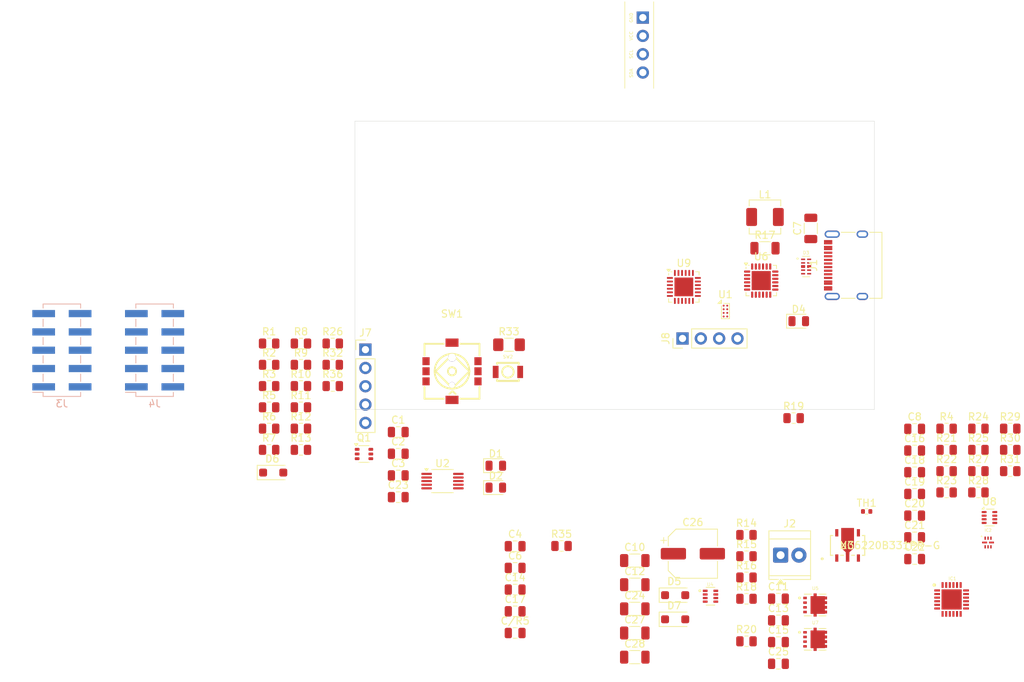
<source format=kicad_pcb>
(kicad_pcb (version 20241229) (generator "pcbnew") (generator_version "9.0")
  (layers (0 "F.Cu" signal) (4 "In1.Cu" signal) (6 "In2.Cu" signal) (2 "B.Cu" signal) (13 "F.Paste" user) (15 "B.Paste" user) (5 "F.SilkS" user "F.Silkscreen") (7 "B.SilkS" user "B.Silkscreen") (1 "F.Mask" user) (3 "B.Mask" user) (25 "Edge.Cuts" user))
  (net 0 "")
  (net 1 "Net-(U4-SS)")
  (net 2 "GND")
  (net 3 "Net-(U4-SW)")
  (net 4 "Net-(U4-BST)")
  (net 5 "/Power/VBUS")
  (net 6 "+5V")
  (net 7 "/Power/VBUS_Finale")
  (net 8 "/Power/IFB")
  (net 9 "/Power/V5V")
  (net 10 "/Power/V18")
  (net 11 "/Logic/Rail_2_IN")
  (net 12 "+3.3V")
  (net 13 "Net-(IC1-DVDT)")
  (net 14 "/Logic/Rail_2")
  (net 15 "/Power_selection/Logic_Voltage")
  (net 16 "Net-(D2-A)")
  (net 17 "Net-(IC2-CT)")
  (net 18 "Net-(D1-A)")
  (net 19 "Net-(D1-K)")
  (net 20 "Net-(D2-K)")
  (net 21 "Net-(D4-A)")
  (net 23 "Net-(IC1-OVP)")
  (net 25 "/Logic/SDA_3.3v")
  (net 29 "/Logic/SCL_3.3v")
  (net 31 "Net-(IC1-UVLO)")
  (net 32 "Net-(Q1-G1)")
  (net 34 "Net-(IC1-MODE)")
  (net 36 "/Logic/INA_ALERT")
  (net 38 "Net-(IC1-ILIM)")
  (net 39 "Net-(Q1-G2)")
  (net 40 "/Logic/SW_UP")
  (net 42 "/Logic/SW_LEFT")
  (net 43 "/Power/USB_P")
  (net 44 "/Power/CC2")
  (net 45 "/Power/USB_N")
  (net 46 "/Power/CC1")
  (net 48 "/Power/Measured_VBUS")
  (net 49 "/Logic/SW_RIGHT")
  (net 50 "/Logic/SW_DOWN")
  (net 51 "/Power/PD_LED")
  (net 52 "/Logic/SW_PRESS")
  (net 53 "Net-(U1-OE)")
  (net 54 "/Logic/UPDI")
  (net 55 "/Logic/PowerLED_EN")
  (net 56 "/Logic/Failer_EN")
  (net 57 "/Power/NTC")
  (net 58 "Net-(U4-FB)")
  (net 59 "Net-(U6-VOUT)")
  (net 62 "/Logic/PGOOD_Logic")
  (net 64 "/Logic/RX")
  (net 65 "/Logic/VBUS_SW")
  (net 66 "/Logic/LOGIC_Report")
  (net 67 "/Logic/Load_Monitor_VBUS")
  (net 68 "/Logic/PD_Int")
  (net 69 "/Logic/SCL")
  (net 70 "/Logic/LOGIC_SW")
  (net 71 "/Logic/VBUS_Fault")
  (net 72 "/Logic/SDA")
  (net 73 "/Logic/LOGIC_Selection")
  (net 75 "Net-(U6-PWR_EN)")
  (net 77 "Net-(U5-Pad5_8)")
  (net 78 "/Logic/PGOOD")
  (net 79 "/Logic/TX")
  (footprint "Resistor_SMD:R_0805_2012Metric" (layer "F.Cu") (at 167.8 111.2)
    (property "Reference" "R19" (at 0 -1.65 0) (layer "F.SilkS"))
    (property "Value" "1k")
    (pad "1" smd roundrect (at -0.9125 0) (size 1.025 1.4) (layers "F.Cu" "F.Mask" "F.Paste") (roundrect_rratio 0.243902) (net 51 "/Power/PD_LED"))
    (pad "2" smd roundrect (at 0.9125 0) (size 1.025 1.4) (layers "F.Cu" "F.Mask" "F.Paste") (roundrect_rratio 0.243902) (net 21 "Net-(D4-A)"))
  )
  (footprint "Resistor_SMD:R_0805_2012Metric" (layer "F.Cu") (at 103.92 103.8)
    (property "Reference" "R32" (at 0 -1.65 0) (layer "F.SilkS"))
    (property "Value" "10k")
    (pad "1" smd roundrect (at -0.9125 0) (size 1.025 1.4) (layers "F.Cu" "F.Mask" "F.Paste") (roundrect_rratio 0.243902) (net 6 "+5V"))
    (pad "2" smd roundrect (at 0.9125 0) (size 1.025 1.4) (layers "F.Cu" "F.Mask" "F.Paste") (roundrect_rratio 0.243902) (net 36 "/Logic/INA_ALERT"))
  )
  (footprint "Resistor_SMD:R_0805_2012Metric" (layer "F.Cu") (at 99.51 109.7)
    (property "Reference" "R11" (at 0 -1.65 0) (layer "F.SilkS"))
    (property "Value" "470Ω")
    (pad "1" smd roundrect (at -0.9125 0) (size 1.025 1.4) (layers "F.Cu" "F.Mask" "F.Paste") (roundrect_rratio 0.243902) (net 18 "Net-(D1-A)"))
    (pad "2" smd roundrect (at 0.9125 0) (size 1.025 1.4) (layers "F.Cu" "F.Mask" "F.Paste") (roundrect_rratio 0.243902) (net 6 "+5V"))
  )
  (footprint "TerminalBlock_TE-Connectivity:TerminalBlock_TE_282834-2_1x02_P2.54mm_Horizontal" (layer "F.Cu") (at 165.995 130.205)
    (property "Reference" "J2" (at 1.27 -4.37 0) (layer "F.SilkS"))
    (property "Value" "Conn_01x02_Pin")
    (pad "1" thru_hole roundrect (at 0 0) (size 2.1 2.1) (drill 1.1) (layers "*.Cu" "*.Mask") (roundrect_rratio 0.119048) (net 2 "GND"))
    (pad "2" thru_hole circle (at 2.54 0) (size 2.1 2.1) (drill 1.1) (layers "*.Cu" "*.Mask") (net 14 "/Logic/Rail_2"))
  )
  (footprint "Resistor_SMD:R_0805_2012Metric" (layer "F.Cu") (at 99.51 115.6)
    (property "Reference" "R13" (at 0 -1.65 0) (layer "F.SilkS"))
    (property "Value" "10k")
    (pad "1" smd roundrect (at -0.9125 0) (size 1.025 1.4) (layers "F.Cu" "F.Mask" "F.Paste") (roundrect_rratio 0.243902) (net 54 "/Logic/UPDI"))
    (pad "2" smd roundrect (at 0.9125 0) (size 1.025 1.4) (layers "F.Cu" "F.Mask" "F.Paste") (roundrect_rratio 0.243902) (net 6 "+5V"))
  )
  (footprint "Capacitor_SMD:C_0805_2012Metric" (layer "F.Cu") (at 129.2 134.985)
    (property "Reference" "C14" (at 0 -1.68 0) (layer "F.SilkS"))
    (property "Value" "1u")
    (pad "1" smd roundrect (at -0.95 0) (size 1 1.45) (layers "F.Cu" "F.Mask" "F.Paste") (net 9 "/Power/V5V"))
    (pad "2" smd roundrect (at 0.95 0) (size 1 1.45) (layers "F.Cu" "F.Mask" "F.Paste") (net 2 "GND"))
  )
  (footprint "Capacitor_SMD:C_0805_2012Metric" (layer "F.Cu") (at 165.695 136.245)
    (property "Reference" "C11" (at 0 -1.68 0) (layer "F.SilkS"))
    (property "Value" "100nF")
    (pad "1" smd roundrect (at -0.95 0) (size 1 1.45) (layers "F.Cu" "F.Mask" "F.Paste") (net 6 "+5V"))
    (pad "2" smd roundrect (at 0.95 0) (size 1 1.45) (layers "F.Cu" "F.Mask" "F.Paste") (net 2 "GND"))
  )
  (footprint "Resistor_SMD:R_0805_2012Metric" (layer "F.Cu") (at 161.265 130.355)
    (property "Reference" "R15" (at 0 -1.65 0) (layer "F.SilkS"))
    (property "Value" "5.1k")
    (pad "1" smd roundrect (at -0.9125 0) (size 1.025 1.4) (layers "F.Cu" "F.Mask" "F.Paste") (roundrect_rratio 0.243902) (net 46 "/Power/CC1"))
    (pad "2" smd roundrect (at 0.9125 0) (size 1.025 1.4) (layers "F.Cu" "F.Mask" "F.Paste") (roundrect_rratio 0.243902) (net 2 "GND"))
  )
  (footprint "Resistor_SMD:R_0805_2012Metric" (layer "F.Cu") (at 189.005 115.605)
    (property "Reference" "R21" (at 0 -1.65 0) (layer "F.SilkS"))
    (property "Value" "330k")
    (pad "1" smd roundrect (at -0.9125 0) (size 1.025 1.4) (layers "F.Cu" "F.Mask" "F.Paste") (roundrect_rratio 0.243902) (net 31 "Net-(IC1-UVLO)"))
    (pad "2" smd roundrect (at 0.9125 0) (size 1.025 1.4) (layers "F.Cu" "F.Mask" "F.Paste") (roundrect_rratio 0.243902) (net 7 "/Power/VBUS_Finale"))
  )
  (footprint "Mini_Switch:KEY-SMD_B3U-1000PM" (layer "F.Cu") (at 128.2 104.79)
    (property "Reference" "SW2" (at 0 -2.1 0) (layer "F.SilkS") (effects (font (size 0.45 0.45) (thickness 0.07))))
    (property "Value" "B3U-1000P")
    (pad "1" smd rect (at -1.7 0) (size 0.8 1.7) (layers "F.Cu" "F.Mask" "F.Paste") (net 54 "/Logic/UPDI"))
    (pad "2" smd rect (at 1.7 0) (size 0.8 1.7) (layers "F.Cu" "F.Mask" "F.Paste") (net 2 "GND"))
  )
  (footprint "Resistor_SMD:R_0805_2012Metric" (layer "F.Cu") (at 95.1 109.7)
    (property "Reference" "R5" (at 0 -1.65 0) (layer "F.SilkS"))
    (property "Value" "470Ω")
    (pad "1" smd roundrect (at -0.9125 0) (size 1.025 1.4) (layers "F.Cu" "F.Mask" "F.Paste") (roundrect_rratio 0.243902) (net 16 "Net-(D2-A)"))
    (pad "2" smd roundrect (at 0.9125 0) (size 1.025 1.4) (layers "F.Cu" "F.Mask" "F.Paste") (roundrect_rratio 0.243902) (net 6 "+5V"))
  )
  (footprint "Capacitor_SMD:C_0805_2012Metric" (layer "F.Cu") (at 129.2 141.005)
    (property "Reference" "C/R5" (at 0 -1.68 0) (layer "F.SilkS"))
    (property "Value" "33nF")
    (pad "1" smd roundrect (at -0.95 0) (size 1 1.45) (layers "F.Cu" "F.Mask" "F.Paste") (net 1 "Net-(U4-SS)"))
    (pad "2" smd roundrect (at 0.95 0) (size 1 1.45) (layers "F.Cu" "F.Mask" "F.Paste") (net 2 "GND"))
  )
  (footprint "Capacitor_SMD:C_0805_2012Metric" (layer "F.Cu") (at 113 119.15)
    (property "Reference" "C3" (at 0 -1.68 0) (layer "F.SilkS"))
    (property "Value" "100nF")
    (pad "1" smd roundrect (at -0.95 0) (size 1 1.45) (layers "F.Cu" "F.Mask" "F.Paste") (net 6 "+5V"))
    (pad "2" smd roundrect (at 0.95 0) (size 1 1.45) (layers "F.Cu" "F.Mask" "F.Paste") (net 2 "GND"))
  )
  (footprint "Capacitor_SMD:C_0805_2012Metric" (layer "F.Cu") (at 184.575 112.685)
    (property "Reference" "C8" (at 0 -1.68 0) (layer "F.SilkS"))
    (property "Value" "22nF")
    (pad "1" smd roundrect (at -0.95 0) (size 1 1.45) (layers "F.Cu" "F.Mask" "F.Paste") (net 2 "GND"))
    (pad "2" smd roundrect (at 0.95 0) (size 1 1.45) (layers "F.Cu" "F.Mask" "F.Paste") (net 13 "Net-(IC1-DVDT)"))
  )
  (footprint "LED_SMD:LED_0805_2012Metric" (layer "F.Cu") (at 126.52 120.835)
    (property "Reference" "D2" (at 0 -1.65 0) (layer "F.SilkS"))
    (property "Value" "Red Failure LED")
    (pad "1" smd roundrect (at -0.9375 0) (size 0.975 1.4) (layers "F.Cu" "F.Mask" "F.Paste") (net 20 "Net-(D2-K)"))
    (pad "2" smd roundrect (at 0.9375 0) (size 0.975 1.4) (layers "F.Cu" "F.Mask" "F.Paste") (net 16 "Net-(D2-A)"))
  )
  (footprint "Resistor_SMD:R_0805_2012Metric" (layer "F.Cu") (at 189.005 118.555)
    (property "Reference" "R22" (at 0 -1.65 0) (layer "F.SilkS"))
    (property "Value" "150k")
    (pad "1" smd roundrect (at -0.9125 0) (size 1.025 1.4) (layers "F.Cu" "F.Mask" "F.Paste") (roundrect_rratio 0.243902) (net 23 "Net-(IC1-OVP)"))
    (pad "2" smd roundrect (at 0.9125 0) (size 1.025 1.4) (layers "F.Cu" "F.Mask" "F.Paste") (roundrect_rratio 0.243902) (net 31 "Net-(IC1-UVLO)"))
  )
  (footprint "Package_DFN_QFN:QFN-24-1EP_4x4mm_P0.5mm_EP2.6x2.6mm" (layer "F.Cu") (at 152.5875 93)
    (property "Reference" "U9" (at 0 -3.3 0) (layer "F.SilkS"))
    (property "Value" "ATtiny3217-M")
    (pad "1" smd roundrect (at -1.9375 -1.25) (size 0.825 0.25) (layers "F.Cu" "F.Mask" "F.Paste") (net 49 "/Logic/SW_RIGHT"))
    (pad "2" smd roundrect (at -1.9375 -0.75) (size 0.825 0.25) (layers "F.Cu" "F.Mask" "F.Paste") (net 36 "/Logic/INA_ALERT"))
    (pad "3" smd roundrect (at -1.9375 -0.25) (size 0.825 0.25) (layers "F.Cu" "F.Mask" "F.Paste") (net 2 "GND"))
    (pad "4" smd roundrect (at -1.9375 0.25) (size 0.825 0.25) (layers "F.Cu" "F.Mask" "F.Paste") (net 6 "+5V"))
    (pad "5" smd roundrect (at -1.9375 0.75) (size 0.825 0.25) (layers "F.Cu" "F.Mask" "F.Paste") (net 55 "/Logic/PowerLED_EN"))
    (pad "6" smd roundrect (at -1.9375 1.25) (size 0.825 0.25) (layers "F.Cu" "F.Mask" "F.Paste") (net 56 "/Logic/Failer_EN"))
    (pad "7" smd roundrect (at -1.25 1.9375) (size 0.25 0.825) (layers "F.Cu" "F.Mask" "F.Paste") (net 71 "/Logic/VBUS_Fault"))
    (pad "8" smd roundrect (at -0.75 1.9375) (size 0.25 0.825) (layers "F.Cu" "F.Mask" "F.Paste") (net 70 "/Logic/LOGIC_SW"))
    (pad "9" smd roundrect (at -0.25 1.9375) (size 0.25 0.825) (layers "F.Cu" "F.Mask" "F.Paste") (net 50 "/Logic/SW_DOWN"))
    (pad "10" smd roundrect (at 0.25 1.9375) (size 0.25 0.825) (layers "F.Cu" "F.Mask" "F.Paste") (net 52 "/Logic/SW_PRESS"))
    (pad "11" smd roundrect (at 0.75 1.9375) (size 0.25 0.825) (layers "F.Cu" "F.Mask" "F.Paste") (net 78 "/Logic/PGOOD"))
    (pad "12" smd roundrect (at 1.25 1.9375) (size 0.25 0.825) (layers "F.Cu" "F.Mask" "F.Paste") (net 67 "/Logic/Load_Monitor_VBUS"))
    (pad "13" smd roundrect (at 1.9375 1.25) (size 0.825 0.25) (layers "F.Cu" "F.Mask" "F.Paste") (net 64 "/Logic/RX"))
    (pad "14" smd roundrect (at 1.9375 0.75) (size 0.825 0.25) (layers "F.Cu" "F.Mask" "F.Paste") (net 79 "/Logic/TX"))
    (pad "15" smd roundrect (at 1.9375 0.25) (size 0.825 0.25) (layers "F.Cu" "F.Mask" "F.Paste") (net 72 "/Logic/SDA"))
    (pad "16" smd roundrect (at 1.9375 -0.25) (size 0.825 0.25) (layers "F.Cu" "F.Mask" "F.Paste") (net 69 "/Logic/SCL"))
    (pad "17" smd roundrect (at 1.9375 -0.75) (size 0.825 0.25) (layers "F.Cu" "F.Mask" "F.Paste") (net 65 "/Logic/VBUS_SW"))
    (pad "18" smd roundrect (at 1.9375 -1.25) (size 0.825 0.25) (layers "F.Cu" "F.Mask" "F.Paste") (net 68 "/Logic/PD_Int"))
    (pad "19" smd roundrect (at 1.25 -1.9375) (size 0.25 0.825) (layers "F.Cu" "F.Mask" "F.Paste") (net 42 "/Logic/SW_LEFT"))
    (pad "20" smd roundrect (at 0.75 -1.9375) (size 0.25 0.825) (layers "F.Cu" "F.Mask" "F.Paste") (net 73 "/Logic/LOGIC_Selection"))
    (pad "21" smd roundrect (at 0.25 -1.9375) (size 0.25 0.825) (layers "F.Cu" "F.Mask" "F.Paste") (net 66 "/Logic/LOGIC_Report"))
    (pad "22" smd roundrect (at -0.25 -1.9375) (size 0.25 0.825) (layers "F.Cu" "F.Mask" "F.Paste") (net 40 "/Logic/SW_UP"))
    (pad "23" smd roundrect (at -0.75 -1.9375) (size 0.25 0.825) (layers "F.Cu" "F.Mask" "F.Paste") (net 54 "/Logic/UPDI"))
    (pad "24" smd roundrect (at -1.25 -1.9375) (size 0.25 0.825) (layers "F.Cu" "F.Mask" "F.Paste") (net 62 "/Logic/PGOOD_Logic"))
    (pad "25" smd rect (at 0 0) (size 2.6 2.6) (property pad_prop_heatsink) (layers "F.Cu" "F.Mask") (net 2 "GND"))
  )
  (footprint "Capacitor_SMD:C_0805_2012Metric" (layer "F.Cu") (at 129.2 131.975)
    (property "Reference" "C6" (at 0 -1.68 0) (layer "F.SilkS"))
    (property "Value" "4.7uF")
    (pad "1" smd roundrect (at -0.95 0) (size 1 1.45) (layers "F.Cu" "F.Mask" "F.Paste") (net 12 "+3.3V"))
    (pad "2" smd roundrect (at 0.95 0) (size 1 1.45) (layers "F.Cu" "F.Mask" "F.Paste") (net 2 "GND"))
  )
  (footprint "Capacitor_SMD:C_0805_2012Metric" (layer "F.Cu") (at 165.695 139.255)
    (property "Reference" "C13" (at 0 -1.68 0) (layer "F.SilkS"))
    (property "Value" "100nF")
    (pad "1" smd roundrect (at -0.95 0) (size 1 1.45) (layers "F.Cu" "F.Mask" "F.Paste") (net 8 "/Power/IFB"))
    (pad "2" smd roundrect (at 0.95 0) (size 1 1.45) (layers "F.Cu" "F.Mask" "F.Paste") (net 2 "GND"))
  )
  (footprint "Resistor_SMD:R_0402_1005Metric" (layer "F.Cu") (at 177.925 124.145)
    (property "Reference" "TH1" (at 0 -1.17 0) (layer "F.SilkS"))
    (property "Value" "Thermistor_NTC_10k_0402")
    (pad "1" smd roundrect (at -0.51 0) (size 0.54 0.64) (layers "F.Cu" "F.Mask" "F.Paste") (net 57 "/Power/NTC"))
    (pad "2" smd roundrect (at 0.51 0) (size 0.54 0.64) (layers "F.Cu" "F.Mask" "F.Paste") (net 2 "GND"))
  )
  (footprint "Connector_USB:USB_C_Receptacle_XKB_U262-16XN-4BVC11" (layer "F.Cu") (at 176.255 90 90)
    (property "Reference" "J1" (at 0 -5.715 90) (layer "F.SilkS"))
    (property "Value" "USB_C_Receptacle_USB2.0_14P")
    (pad "" np_thru_hole circle (at -2.89 -2.605 90) (size 0.65 0.65) (drill 0.65) (layers "*.Cu" "*.Mask"))
    (pad "" np_thru_hole circle (at 2.89 -2.605 90) (size 0.65 0.65) (drill 0.65) (layers "*.Cu" "*.Mask"))
    (pad "A1" smd rect (at -3.35 -3.67 90) (size 0.3 1.15) (layers "F.Cu" "F.Mask" "F.Paste") (net 2 "GND"))
    (pad "A4" smd rect (at -2.55 -3.67 90) (size 0.3 1.15) (layers "F.Cu" "F.Mask" "F.Paste") (net 5 "/Power/VBUS"))
    (pad "A5" smd rect (at -1.25 -3.67 90) (size 0.3 1.15) (layers "F.Cu" "F.Mask" "F.Paste") (net 46 "/Power/CC1"))
    (pad "A6" smd rect (at -0.25 -3.67 90) (size 0.3 1.15) (layers "F.Cu" "F.Mask" "F.Paste") (net 43 "/Power/USB_P"))
    (pad "A7" smd rect (at 0.25 -3.67 90) (size 0.3 1.15) (layers "F.Cu" "F.Mask" "F.Paste") (net 45 "/Power/USB_N"))
    (pad "A8" smd rect (at 1.25 -3.67 90) (size 0.3 1.15) (layers "F.Cu" "F.Mask" "F.Paste"))
    (pad "A9" smd rect (at 2.55 -3.67 90) (size 0.3 1.15) (layers "F.Cu" "F.Mask" "F.Paste") (net 5 "/Power/VBUS"))
    (pad "A12" smd rect (at 3.35 -3.67 90) (size 0.3 1.15) (layers "F.Cu" "F.Mask" "F.Paste") (net 2 "GND"))
    (pad "B1" smd rect (at 3.05 -3.67 90) (size 0.3 1.15) (layers "F.Cu" "F.Mask" "F.Paste") (net 2 "GND"))
    (pad "B4" smd rect (at 2.25 -3.67 90) (size 0.3 1.15) (layers "F.Cu" "F.Mask" "F.Paste") (net 5 "/Power/VBUS"))
    (pad "B5" smd rect (at 1.75 -3.67 90) (size 0.3 1.15) (layers "F.Cu" "F.Mask" "F.Paste") (net 44 "/Power/CC2"))
    (pad "B6" smd rect (at 0.75 -3.67 90) (size 0.3 1.15) (layers "F.Cu" "F.Mask" "F.Paste") (net 43 "/Power/USB_P"))
    (pad "B7" smd rect (at -0.75 -3.67 90) (size 0.3 1.15) (layers "F.Cu" "F.Mask" "F.Paste") (net 45 "/Power/USB_N"))
    (pad "B8" smd rect (at -1.75 -3.67 90) (size 0.3 1.15) (layers "F.Cu" "F.Mask" "F.Paste"))
    (pad "B9" smd rect (at -2.25 -3.67 90) (size 0.3 1.15) (layers "F.Cu" "F.Mask" "F.Paste") (net 5 "/Power/VBUS"))
    (pad "B12" smd rect (at -3.05 -3.67 90) (size 0.3 1.15) (layers "F.Cu" "F.Mask" "F.Paste") (net 2 "GND"))
    (pad "S1" thru_hole oval (at -4.32 -3.105 90) (size 1 2.1) (drill oval 0.6 1.7) (property pad_prop_heatsink) (layers "*.Cu" "*.Mask") (net 2 "GND"))
    (pad "S1" thru_hole oval (at -4.32 1.075 90) (size 1 1.6) (drill oval 0.6 1.2) (property pad_prop_heatsink) (layers "*.Cu" "*.Mask") (net 2 "GND"))
    (pad "S1" thru_hole oval (at 4.32 -3.105 90) (size 1 2.1) (drill oval 0.6 1.7) (property pad_prop_heatsink) (layers "*.Cu" "*.Mask") (net 2 "GND"))
    (pad "S1" thru_hole oval (at 4.32 1.075 90) (size 1 1.6) (drill oval 0.6 1.2) (property pad_prop_heatsink) (layers "*.Cu" "*.Mask") (net 2 "GND"))
  )
  (footprint "Capacitor_SMD:C_1206_3216Metric" (layer "F.Cu") (at 145.785 144.355)
    (property "Reference" "C28" (at 0 -1.85 0) (layer "F.SilkS"))
    (property "Value" "10uF")
    (pad "1" smd roundrect (at -1.475 0) (size 1.15 1.8) (layers "F.Cu" "F.Mask" "F.Paste") (roundrect_rratio 0.217391) (net 48 "/Power/Measured_VBUS"))
    (pad "2" smd roundrect (at 1.475 0) (size 1.15 1.8) (layers "F.Cu" "F.Mask" "F.Paste") (roundrect_rratio 0.217391) (net 2 "GND"))
  )
  (footprint "Capacitor_SMD:C_0805_2012Metric" (layer "F.Cu") (at 113 122.16)
    (property "Reference" "C23" (at 0 -1.68 0) (layer "F.SilkS"))
    (property "Value" "100nf")
    (pad "1" smd roundrect (at -0.95 0) (size 1 1.45) (layers "F.Cu" "F.Mask" "F.Paste") (net 6 "+5V"))
    (pad "2" smd roundrect (at 0.95 0) (size 1 1.45) (layers "F.Cu" "F.Mask" "F.Paste") (net 2 "GND"))
  )
  (footprint "test:TRANS_AON7408" (layer "F.Cu") (at 170.7825 137.12)
    (property "Reference" "U5" (at 0.02 -2.31 0) (layer "F.SilkS") (effects (font (size 0.45 0.45) (thickness 0.07))))
    (property "Value" "AON7534")
    (pad "1" smd rect (at -1.4 -0.975) (size 0.5 0.35) (layers "F.Cu" "F.Mask" "F.Paste") (net 48 "/Power/Measured_VBUS"))
    (pad "2" smd rect (at -1.4 -0.325) (size 0.5 0.35) (layers "F.Cu" "F.Mask" "F.Paste") (net 48 "/Power/Measured_VBUS"))
    (pad "3" smd rect (at -1.4 0.325) (size 0.5 0.35) (layers "F.Cu" "F.Mask" "F.Paste") (net 48 "/Power/Measured_VBUS"))
    (pad "4" smd rect (at -1.4 0.975) (size 0.5 0.35) (layers "F.Cu" "F.Mask" "F.Paste") (net 75 "Net-(U6-PWR_EN)"))
    (pad "5_8" smd custom (at 0.36 0) (size 1 1) (layers "F.Cu") (net 77 "Net-(U5-Pad5_8)") (options (clearance outline) (anchor rect)) (primitives (gr_poly (pts (xy -0.99 -1.225) (xy -0.575 -1.225) (xy -0.575 -1.605) (xy -0.145 -1.605) (xy -0.145 -1.225) (xy 0.99 -1.225) (xy 0.99 -1.175) (xy 1.29 -1.175) (xy 1.29 -0.775) (xy 0.99 -0.775) (xy 0.99 -0.525) (xy 1.29 -0.525) (xy 1.29 -0.125) (xy 0.99 -0.125) (xy 0.99 0.125) (xy 1.29 0.125) (xy 1.29 0.525) (xy 0.99 0.525) (xy 0.99 0.775) (xy 1.29 0.775) (xy 1.29 1.175) (xy 0.99 1.175) (xy 0.99 1.225) (xy -0.145 1.225) (xy -0.145 1.605) (xy -0.575 1.605) (xy -0.575 1.225) (xy -0.99 1.225)) (width 0.01) (fill yes))))
  )
  (footprint "Resistor_SMD:R_0805_2012Metric" (layer "F.Cu") (at 161.265 136.255)
    (property "Reference" "R18" (at 0 -1.65 0) (layer "F.SilkS"))
    (property "Value" "52.3k")
    (pad "1" smd roundrect (at -0.9125 0) (size 1.025 1.4) (layers "F.Cu" "F.Mask" "F.Paste") (roundrect_rratio 0.243902) (net 6 "+5V"))
    (pad "2" smd roundrect (at 0.9125 0) (size 1.025 1.4) (layers "F.Cu" "F.Mask" "F.Paste") (roundrect_rratio 0.243902) (net 58 "Net-(U4-FB)"))
  )
  (footprint "Capacitor_SMD:C_0805_2012Metric" (layer "F.Cu") (at 184.575 118.705)
    (property "Reference" "C18" (at 0 -1.68 0) (layer "F.SilkS"))
    (property "Value" "1uF")
    (pad "1" smd roundrect (at -0.95 0) (size 1 1.45) (layers "F.Cu" "F.Mask" "F.Paste") (net 11 "/Logic/Rail_2_IN"))
    (pad "2" smd roundrect (at 0.95 0) (size 1 1.45) (layers "F.Cu" "F.Mask" "F.Paste") (net 2 "GND"))
  )
  (footprint "Capacitor_SMD:C_0805_2012Metric" (layer "F.Cu") (at 113 113.13)
    (property "Reference" "C1" (at 0 -1.68 0) (layer "F.SilkS"))
    (property "Value" "100nF")
    (pad "1" smd roundrect (at -0.95 0) (size 1 1.45) (layers "F.Cu" "F.Mask" "F.Paste") (net 12 "+3.3V"))
    (pad "2" smd roundrect (at 0.95 0) (size 1 1.45) (layers "F.Cu" "F.Mask" "F.Paste") (net 2 "GND"))
  )
  (footprint "Capacitor_SMD:C_0805_2012Metric" (layer "F.Cu") (at 184.575 130.745)
    (property "Reference" "C22" (at 0 -1.68 0) (layer "F.SilkS"))
    (property "Value" "1nF")
    (pad "1" smd roundrect (at -0.95 0) (size 1 1.45) (layers "F.Cu" "F.Mask" "F.Paste") (net 17 "Net-(IC2-CT)"))
    (pad "2" smd roundrect (at 0.95 0) (size 1 1.45) (layers "F.Cu" "F.Mask" "F.Paste") (net 2 "GND"))
  )
  (footprint "Resistor_SMD:R_0805_2012Metric" (layer "F.Cu") (at 95.1 115.6)
    (property "Reference" "R7" (at 0 -1.65 0) (layer "F.SilkS"))
    (property "Value" "100Ω")
    (pad "1" smd roundrect (at -0.9125 0) (size 1.025 1.4) (layers "F.Cu" "F.Mask" "F.Paste") (roundrect_rratio 0.243902) (net 39 "Net-(Q1-G2)"))
    (pad "2" smd roundrect (at 0.9125 0) (size 1.025 1.4) (layers "F.Cu" "F.Mask" "F.Paste") (roundrect_rratio 0.243902) (net 56 "/Logic/Failer_EN"))
  )
  (footprint "TPS62933PDRLR:SOFL50P160X60-8N" (layer "F.Cu") (at 156.28 135.905)
    (property "Reference" "U4" (at -0.04 -1.64 0) (layer "F.SilkS") (effects (font (size 0.45 0.45) (thickness 0.07))))
    (property "Value" "TPS62933DRLR")
    (pad "1" smd roundrect (at -0.735 -0.75) (size 0.66 0.32) (layers "F.Cu" "F.Paste") (roundrect_rratio 0.125) (net 2 "GND"))
    (pad "2" smd roundrect (at -0.735 -0.25) (size 0.66 0.32) (layers "F.Cu" "F.Paste") (roundrect_rratio 0.125))
    (pad "3" smd roundrect (at -0.735 0.25) (size 0.66 0.32) (layers "F.Cu" "F.Paste") (roundrect_rratio 0.125) (net 48 "/Power/Measured_VBUS"))
    (pad "4" smd roundrect (at -0.735 0.75) (size 0.66 0.32) (layers "F.Cu" "F.Paste") (roundrect_rratio 0.125) (net 2 "GND"))
    (pad "5" smd roundrect (at 0.735 0.75) (size 0.66 0.32) (layers "F.Cu" "F.Paste") (roundrect_rratio 0.125) (net 3 "Net-(U4-SW)"))
    (pad "6" smd roundrect (at 0.735 0.25) (size 0.66 0.32) (layers "F.Cu" "F.Paste") (roundrect_rratio 0.125) (net 4 "Net-(U4-BST)"))
    (pad "7" smd roundrect (at 0.735 -0.25) (size 0.66 0.32) (layers "F.Cu" "F.Paste") (roundrect_rratio 0.125) (net 1 "Net-(U4-SS)"))
    (pad "8" smd roundrect (at 0.735 -0.75) (size 0.66 0.32) (layers "F.Cu" "F.Paste") (roundrect_rratio 0.125) (net 58 "Net-(U4-FB)"))
  )
  (footprint "Resistor_SMD:R_0805_2012Metric" (layer "F.Cu") (at 189.005 112.655)
    (property "Reference" "R4" (at 0 -1.65 0) (layer "F.SilkS"))
    (property "Value" "3.3k")
    (pad "1" smd roundrect (at -0.9125 0) (size 1.025 1.4) (layers "F.Cu" "F.Mask" "F.Paste") (roundrect_rratio 0.243902) (net 38 "Net-(IC1-ILIM)"))
    (pad "2" smd roundrect (at 0.9125 0) (size 1.025 1.4) (layers "F.Cu" "F.Mask" "F.Paste") (roundrect_rratio 0.243902) (net 2 "GND"))
  )
  (footprint "LED_SMD:LED_0805_2012Metric" (layer "F.Cu") (at 126.52 117.795)
    (property "Reference" "D1" (at 0 -1.65 0) (layer "F.SilkS"))
    (property "Value" "Green Power LED")
    (pad "1" smd roundrect (at -0.9375 0) (size 0.975 1.4) (layers "F.Cu" "F.Mask" "F.Paste") (net 19 "Net-(D1-K)"))
    (pad "2" smd roundrect (at 0.9375 0) (size 0.975 1.4) (layers "F.Cu" "F.Mask" "F.Paste") (net 18 "Net-(D1-A)"))
  )
  (footprint "Resistor_SMD:R_0805_2012Metric" (layer "F.Cu") (at 193.415 115.605)
    (property "Reference" "R25" (at 0 -1.65 0) (layer "F.SilkS"))
    (property "Value" "10k")
    (pad "1" smd roundrect (at -0.9125 0) (size 1.025 1.4) (layers "F.Cu" "F.Mask" "F.Paste") (roundrect_rratio 0.243902) (net 6 "+5V"))
    (pad "2" smd roundrect (at 0.9125 0) (size 1.025 1.4) (layers "F.Cu" "F.Mask" "F.Paste") (roundrect_rratio 0.243902) (net 71 "/Logic/VBUS_Fault"))
  )
  (footprint "Capacitor_SMD:C_1206_3216Metric" (layer "F.Cu") (at 170.18 84.885 90)
    (property "Reference" "C7" (at 0 -1.85 90) (layer "F.SilkS"))
    (property "Value" "10uF")
    (pad "1" smd roundrect (at -1.475 0 90) (size 1.15 1.8) (layers "F.Cu" "F.Mask" "F.Paste") (roundrect_rratio 0.217391) (net 5 "/Power/VBUS"))
    (pad "2" smd roundrect (at 1.475 0 90) (size 1.15 1.8) (layers "F.Cu" "F.Mask" "F.Paste") (roundrect_rratio 0.217391) (net 2 "GND"))
  )
  (footprint "Capacitor_SMD:C_0805_2012Metric" (layer "F.Cu") (at 184.575 121.715)
    (property "Reference" "C19" (at 0 -1.68 0) (layer "F.SilkS"))
    (property "Value" "1uF")
    (pad "1" smd roundrect (at -0.95 0) (size 1 1.45) (layers "F.Cu" "F.Mask" "F.Paste") (net 2 "GND"))
    (pad "2" smd roundrect (at 0.95 0) (size 1 1.45) (layers "F.Cu" "F.Mask" "F.Paste") (net 6 "+5V"))
  )
  (footprint "TPS22992S:TPS22992SRXNR" (layer "F.Cu") (at 194.75 128.45)
    (property "Reference" "IC2" (at 0 -1.7 0) (layer "F.SilkS") (effects (font (size 0.4 0.4) (thickness 0.07) (bold yes))))
    (property "Value" "TPS22992SRXNR" (hide yes))
    (pad "1" smd rect (at -0.4 -0.6) (size 0.2 0.45) (layers "F.Cu" "F.Mask" "F.Paste") (net 15 "/Power_selection/Logic_Voltage"))
    (pad "2" smd rect (at -0.475 0 90) (size 0.25 0.7) (layers "F.Cu" "F.Mask" "F.Paste") (net 15 "/Power_selection/Logic_Voltage"))
    (pad "3" smd rect (at -0.4 0.6) (size 0.2 0.45) (layers "F.Cu" "F.Mask" "F.Paste") (net 62 "/Logic/PGOOD_Logic"))
    (pad "4" smd rect (at 0 0.6) (size 0.2 0.45) (layers "F.Cu" "F.Mask" "F.Paste") (net 2 "GND"))
    (pad "5" smd rect (at 0.4 0.6) (size 0.2 0.45) (layers "F.Cu" "F.Mask" "F.Paste") (net 11 "/Logic/Rail_2_IN"))
    (pad "6" smd rect (at 0.475 0 90) (size 0.25 0.7) (layers "F.Cu" "F.Mask" "F.Paste") (net 11 "/Logic/Rail_2_IN"))
    (pad "7" smd rect (at 0.4 -0.6) (size 0.2 0.45) (layers "F.Cu" "F.Mask" "F.Paste") (net 17 "Net-(IC2-CT)"))
    (pad "8" smd rect (at 0 -0.6) (size 0.2 0.45) (layers "F.Cu" "F.Mask" "F.Paste") (net 65 "/Logic/VBUS_SW"))
  )
  (footprint "test:SSD1306-0.91-OLED-4pin-128x32" (layer "F.Cu") (at 110.4 53.45)
    (property "Reference" "J5")
    (property "Value" "0.91 OLED")
    (fp_text user "VCC" (at 34.9 4.73 270) (layer "F.SilkS") (effects (font (size 0.45 0.45) (thickness 0.07))))
    (fp_text user "GND" (at 34.9 2.2 270) (layer "F.SilkS") (effects (font (size 0.45 0.45) (thickness 0.07))))
    (fp_text user "SDA" (at 34.9 9.9 270) (layer "F.SilkS") (effects (font (size 0.45 0.45) (thickness 0.07))))
    (fp_text user "SCL" (at 34.9 7.27 270) (layer "F.SilkS") (effects (font (size 0.45 0.45) (thickness 0.07))))
    (pad "1" thru_hole rect (at 36.5 2.19) (size 1.7 1.7) (drill 1) (layers "*.Cu" "*.Mask") (net 6 "+5V"))
    (pad "2" thru_hole oval (at 36.5 4.73) (size 1.7 1.7) (drill 1) (layers "*.Cu" "*.Mask") (net 2 "GND"))
    (pad "3" thru_hole oval (at 36.5 7.27) (size 1.7 1.7) (drill 1) (layers "*.Cu" "*.Mask") (net 69 "/Logic/SCL"))
    (pad "4" thru_hole oval (at 36.5 9.81) (size 1.7 1.7) (drill 1) (layers "*.Cu" "*.Mask") (net 72 "/Logic/SDA"))
  )
  (footprint "Capacitor_SMD:CP_Elec_6.3x7.7" (layer "F.Cu") (at 153.835 130.005)
    (property "Reference" "C26" (at 0 -4.35 0) (layer "F.SilkS"))
    (property "Value" "100uf_35V")
    (pad "1" smd roundrect (at -2.7 0) (size 3.5 1.6) (layers "F.Cu" "F.Mask" "F.Paste") (roundrect_rratio 0.15625) (net 7 "/Power/VBUS_Finale"))
    (pad "2" smd roundrect (at 2.7 0) (size 3.5 1.6) (layers "F.Cu" "F.Mask" "F.Paste") (roundrect_rratio 0.15625) (net 2 "GND"))
  )
  (footprint "Resistor_SMD:R_0805_2012Metric" (layer "F.Cu") (at 161.265 142.155)
    (property "Reference" "R20" (at 0 -1.65 0) (layer "F.SilkS"))
    (property "Value" "27R")
    (pad "1" smd roundrect (at -0.9125 0) (size 1.025 1.4) (layers "F.Cu" "F.Mask" "F.Paste") (roundrect_rratio 0.243902) (net 59 "Net-(U6-VOUT)"))
    (pad "2" smd roundrect (at 0.9125 0) (size 1.025 1.4) (layers "F.Cu" "F.Mask" "F.Paste") (roundrect_rratio 0.243902) (net 7 "/Power/VBUS_Finale"))
  )
  (footprint "Connector_PinHeader_2.54mm:PinHeader_1x04_P2.54mm_Vertical" (layer "F.Cu") (at 152.4 100.15 90)
    (property "Reference" "J8" (at 0 -2.33 90) (layer "F.SilkS"))
    (property "Value" "I2C_3.3V")
    (pad "1" thru_hole rect (at 0 0 90) (size 1.7 1.7) (drill 1) (layers "*.Cu" "*.Mask") (net 12 "+3.3V"))
    (pad "2" thru_hole oval (at 0 2.54 90) (size 1.7 1.7) (drill 1) (layers "*.Cu" "*.Mask") (net 2 "GND"))
    (pad "3" thru_hole oval (at 0 5.08 90) (size 1.7 1.7) (drill 1) (layers "*.Cu" "*.Mask") (net 29 "/Logic/SCL_3.3v"))
    (pad "4" thru_hole oval (at 0 7.62 90) (size 1.7 1.7) (drill 1) (layers "*.Cu" "*.Mask") (net 25 "/Logic/SDA_3.3v"))
  )
  (footprint "Resistor_SMD:R_0805_2012Metric" (layer "F.Cu") (at 95.1 103.8)
    (property "Reference" "R2" (at 0 -1.65 0) (layer "F.SilkS"))
    (property "Value" "10k")
    (pad "1" smd roundrect (at -0.9125 0) (size 1.025 1.4) (layers "F.Cu" "F.Mask" "F.Paste") (roundrect_rratio 0.243902) (net 6 "+5V"))
    (pad "2" smd roundrect (at 0.9125 0) (size 1.025 1.4) (layers "F.Cu" "F.Mask" "F.Paste") (roundrect_rratio 0.243902) (net 42 "/Logic/SW_LEFT"))
  )
  (footprint "Capacitor_SMD:C_0805_2012Metric" (layer "F.Cu") (at 129.2 128.965)
    (property "Reference" "C4" (at 0 -1.68 0) (layer "F.SilkS"))
    (property "Value" "10uF")
    (pad "1" smd roundrect (at -0.95 0) (size 1 1.45) (layers "F.Cu" "F.Mask" "F.Paste") (net 6 "+5V"))
    (pad "2" smd roundrect (at 0.95 0) (size 1 1.45) (layers "F.Cu" "F.Mask" "F.Paste") (net 2 "GND"))
  )
  (footprint "Resistor_SMD:R_0805_2012Metric" (layer "F.Cu") (at 161.265 133.305)
    (property "Reference" "R16" (at 0 -1.65 0) (layer "F.SilkS"))
    (property "Value" "10k")
    (pad "1" smd roundrect (at -0.9125 0) (size 1.025 1.4) (layers "F.Cu" "F.Mask" "F.Paste") (roundrect_rratio 0.243902) (net 58 "Net-(U4-FB)"))
    (pad "2" smd roundrect (at 0.9125 0) (size 1.025 1.4) (layers "F.Cu" "F.Mask" "F.Paste") (roundrect_rratio 0.243902) (net 2 "GND"))
  )
  (footprint "tc006:SW-SMD_GT-TC0060-H050-L1" (layer "F.Cu") (at 120.45 104.7)
    (property "Reference" "SW1" (at 0 -7.97 0) (layer "F.SilkS"))
    (property "Value" "GT-TC0060-H050-L1")
    (pad "" thru_hole circle (at 0 -1.9) (size 1.1 1.1) (drill 1.1) (layers "*.Cu" "*.Mask"))
    (pad "" thru_hole circle (at 0 1.9) (size 0.8 0.8) (drill 0.8) (layers "*.Cu" "*.Mask"))
    (pad "1" smd rect (at -3.6 -1.4) (size 1 1.1) (layers "F.Cu" "F.Mask" "F.Paste") (net 40 "/Logic/SW_UP"))
    (pad "2" smd rect (at -3.6 0) (size 1 1.1) (layers "F.Cu" "F.Mask" "F.Paste") (net 2 "GND"))
    (pad "3" smd rect (at -3.6 1.4) (size 1 1.1) (layers "F.Cu" "F.Mask" "F.Paste") (net 42 "/Logic/SW_LEFT"))
    (pad "4" smd rect (at 3.6 -1.4) (size 1 1.1) (layers "F.Cu" "F.Mask" "F.Paste") (net 49 "/Logic/SW_RIGHT"))
    (pad "5" smd rect (at 3.6 0) (size 1 1.1) (layers "F.Cu" "F.Mask" "F.Paste") (net 52 "/Logic/SW_PRESS"))
    (pad "6" smd rect (at 3.6 1.4) (size 1 1.1) (layers "F.Cu" "F.Mask" "F.Paste") (net 50 "/Logic/SW_DOWN"))
    (pad "7" smd rect (at 0 -3.97) (size 1.8 1.15) (layers "F.Cu" "F.Mask" "F.Paste") (net 2 "GND"))
    (pad "8" smd rect (at 0 3.97) (size 1.8 1.15) (layers "F.Cu" "F.Mask" "F.Paste") (net 2 "GND"))
  )
  (footprint "Resistor_SMD:R_0805_2012Metric" (layer "F.Cu") (at 197.825 112.655)
    (property "Reference" "R29" (at 0 -1.65 0) (layer "F.SilkS"))
    (property "Value" "10k")
    (pad "1" smd roundrect (at -0.9125 0) (size 1.025 1.4) (layers "F.Cu" "F.Mask" "F.Paste") (roundrect_rratio 0.243902) (net 66 "/Logic/LOGIC_Report"))
    (pad "2" smd roundrect (at 0.9125 0) (size 1.025 1.4) (layers "F.Cu" "F.Mask" "F.Paste") (roundrect_rratio 0.243902) (net 6 "+5V"))
  )
  (footprint "Package_TO_SOT_SMD:SOT-583-8" (layer "F.Cu") (at 194.945 124.98)
    (property "Reference" "U8" (at 0 -2.2 0) (layer "F.SilkS"))
    (property "Value" "TPS2117DRL")
    (pad "1" smd roundrect (at -0.74 -0.75) (size 0.67 0.3) (layers "F.Cu" "F.Mask" "F.Paste") (roundrect_rratio 0.1666666667) (net 2 "GND"))
    (pad "2" smd roundrect (at -0.74 -0.25) (size 0.67 0.3) (layers "F.Cu" "F.Mask" "F.Paste") (roundrect_rratio 0.1666666667) (net 15 "/Power_selection/Logic_Voltage"))
    (pad "3" smd roundrect (at -0.74 0.25) (size 0.67 0.3) (layers "F.Cu" "F.Mask" "F.Paste") (roundrect_rratio 0.1666666667) (net 6 "+5V"))
    (pad "4" smd roundrect (at -0.74 0.75) (size 0.67 0.3) (layers "F.Cu" "F.Mask" "F.Paste") (roundrect_rratio 0.1666666667) (net 73 "/Logic/LOGIC_Selection"))
    (pad "5" smd roundrect (at 0.74 0.75) (size 0.67 0.3) (layers "F.Cu" "F.Mask" "F.Paste") (roundrect_rratio 0.1666666667) (net 12 "+3.3V"))
    (pad "6" smd roundrect (at 0.74 0.25) (size 0.67 0.3) (layers "F.Cu" "F.Mask" "F.Paste") (roundrect_rratio 0.1666666667) (net 12 "+3.3V"))
    (pad "7" smd roundrect (at 0.74 -0.25) (size 0.67 0.3) (layers "F.Cu" "F.Mask" "F.Paste") (roundrect_rratio 0.1666666667) (net 15 "/Power_selection/Logic_Voltage"))
    (pad "8" smd roundrect (at 0.74 -0.75) (size 0.67 0.3) (layers "F.Cu" "F.Mask" "F.Paste") (roundrect_rratio 0.1666666667) (net 66 "/Logic/LOGIC_Report"))
  )
  (footprint "Capacitor_SMD:C_0805_2012Metric" (layer "F.Cu") (at 165.695 142.265)
    (property "Reference" "C15" (at 0 -1.68 0) (layer "F.SilkS"))
    (property "Value" "100nF")
    (pad "1" smd roundrect (at -0.95 0) (size 1 1.45) (layers "F.Cu" "F.Mask" "F.Paste") (net 10 "/Power/V18"))
    (pad "2" smd roundrect (at 0.95 0) (size 1 1.45) (layers "F.Cu" "F.Mask" "F.Paste") (net 2 "GND"))
  )
  (footprint "Resistor_SMD:R_0805_2012Metric" (layer "F.Cu") (at 193.415 118.555)
    (property "Reference" "R27" (at 0 -1.65 0) (layer "F.SilkS"))
    (property "Value" "22k")
    (pad "1" smd roundrect (at -0.9125 0) (size 1.025 1.4) (layers "F.Cu" "F.Mask" "F.Paste") (roundrect_rratio 0.243902) (net 67 "/Logic/Load_Monitor_VBUS"))
    (pad "2" smd roundrect (at 0.9125 0) (size 1.025 1.4) (layers "F.Cu" "F.Mask" "F.Paste") (roundrect_rratio 0.243902) (net 2 "GND"))
  )
  (footprint "test:TRANS_AON7408" (layer "F.Cu") (at 170.7825 141.88)
    (property "Reference" "U7" (at 0.02 -2.31 0) (layer "F.SilkS") (effects (font (size 0.45 0.45) (thickness 0.07))))
    (property "Value" "AON7534")
    (pad "1" smd rect (at -1.4 -0.975) (size 0.5 0.35) (layers "F.Cu" "F.Mask" "F.Paste") (net 7 "/Power/VBUS_Finale"))
    (pad "2" smd rect (at -1.4 -0.325) (size 0.5 0.35) (layers "F.Cu" "F.Mask" "F.Paste") (net 7 "/Power/VBUS_Finale"))
    (pad "3" smd rect (at -1.4 0.325) (size 0.5 0.35) (layers "F.Cu" "F.Mask" "F.Paste") (net 7 "/Power/VBUS_Finale"))
    (pad "4" smd rect (at -1.4 0.975) (size 0.5 0.35) (layers "F.Cu" "F.Mask" "F.Paste") (net 75 "Net-(U6-PWR_EN)"))
    (pad "5_8" smd custom (at 0.36 0) (size 1 1) (layers "F.Cu") (net 77 "Net-(U5-Pad5_8)") (options (clearance outline) (anchor rect)) (primitives (gr_poly (pts (xy -0.99 -1.225) (xy -0.575 -1.225) (xy -0.575 -1.605) (xy -0.145 -1.605) (xy -0.145 -1.225) (xy 0.99 -1.225) (xy 0.99 -1.175) (xy 1.29 -1.175) (xy 1.29 -0.775) (xy 0.99 -0.775) (xy 0.99 -0.525) (xy 1.29 -0.525) (xy 1.29 -0.125) (xy 0.99 -0.125) (xy 0.99 0.125) (xy 1.29 0.125) (xy 1.29 0.525) (xy 0.99 0.525) (xy 0.99 0.775) (xy 1.29 0.775) (xy 1.29 1.175) (xy 0.99 1.175) (xy 0.99 1.225) (xy -0.145 1.225) (xy -0.145 1.605) (xy -0.575 1.605) (xy -0.575 1.225) (xy -0.99 1.225)) (width 0.01) (fill yes))))
  )
  (footprint "Resistor_SMD:R_0805_2012Metric" (layer "F.Cu") (at 161.265 127.405)
    (property "Reference" "R14" (at 0 -1.65 0) (layer "F.SilkS"))
    (property "Value" "5.1k")
    (pad "1" smd roundrect (at -0.9125 0) (size 1.025 1.4) (layers "F.Cu" "F.Mask" "F.Paste") (roundrect_rratio 0.243902) (net 44 "/Power/CC2"))
    (pad "2" smd roundrect (at 0.9125 0) (size 1.025 1.4) (layers "F.Cu" "F.Mask" "F.Paste") (roundrect_rratio 0.243902) (net 2 "GND"))
  )
  (footprint "Diode_SMD:D_SOD-123F" (layer "F.Cu") (at 151.38 139.105)
    (property "Reference" "D7" (at -0.127 -1.905 0) (layer "F.SilkS"))
    (property "Value" "PMEG6020ER")
    (pad "1" smd roundrect (at -1.4 0) (size 1.1 1.1) (layers "F.Cu" "F.Mask" "F.Paste") (roundrect_rratio 0.2272727273) (net 48 "/Power/Measured_VBUS"))
    (pad "2" smd roundrect (at 1.4 0) (size 1.1 1.1) (layers "F.Cu" "F.Mask" "F.Paste") (roundrect_rratio 0.2272727273) (net 6 "+5V"))
  )
  (footprint "Capacitor_SMD:C_0805_2012Metric" (layer "F.Cu") (at 184.575 124.725)
    (property "Reference" "C20" (at 0 -1.68 0) (layer "F.SilkS"))
    (property "Value" "100nF")
    (pad "1" smd roundrect (at -0.95 0) (size 1 1.45) (layers "F.Cu" "F.Mask" "F.Paste") (net 2 "GND"))
    (pad "2" smd roundrect (at 0.95 0) (size 1 1.45) (layers "F.Cu" "F.Mask" "F.Paste") (net 15 "/Power_selection/Logic_Voltage"))
  )
  (footprint "Capacitor_SMD:C_1206_3216Metric" (layer "F.Cu") (at 145.785 134.305)
    (property "Reference" "C12" (at 0 -1.85 0) (layer "F.SilkS"))
    (property "Value" "22uF")
    (pad "1" smd roundrect (at -1.475 0) (size 1.15 1.8) (layers "F.Cu" "F.Mask" "F.Paste") (roundrect_rratio 0.217391) (net 7 "/Power/VBUS_Finale"))
    (pad "2" smd roundrect (at 1.475 0) (size 1.15 1.8) (layers "F.Cu" "F.Mask" "F.Paste") (roundrect_rratio 0.217391) (net 2 "GND"))
  )
  (footprint "Connector_PinHeader_2.54mm:PinHeader_1x05_P2.54mm_Vertical" (layer "F.Cu") (at 108.45 101.7)
    (property "Reference" "J7" (at 0 -2.33 0) (layer "F.SilkS"))
    (property "Value" "Conn_01x05")
    (pad "1" thru_hole rect (at 0 0) (size 1.7 1.7) (drill 1) (layers "*.Cu" "*.Mask") (net 54 "/Logic/UPDI"))
    (pad "2" thru_hole oval (at 0 2.54) (size 1.7 1.7) (drill 1) (layers "*.Cu" "*.Mask") (net 6 "+5V"))
    (pad "3" thru_hole oval (at 0 5.08) (size 1.7 1.7) (drill 1) (layers "*.Cu" "*.Mask") (net 2 "GND"))
    (pad "4" thru_hole oval (at 0 7.62) (size 1.7 1.7) (drill 1) (layers "*.Cu" "*.Mask") (net 64 "/Logic/RX"))
    (pad "5" thru_hole oval (at 0 10.16) (size 1.7 1.7) (drill 1) (layers "*.Cu" "*.Mask") (net 79 "/Logic/TX"))
  )
  (footprint "Resistor_SMD:R_0805_2012Metric" (layer "F.Cu") (at 193.415 112.655)
    (property "Reference" "R24" (at 0 -1.65 0) (layer "F.SilkS"))
    (property "Value" "10k")
    (pad "1" smd roundrect (at -0.9125 0) (size 1.025 1.4) (layers "F.Cu" "F.Mask" "F.Paste") (roundrect_rratio 0.243902) (net 70 "/Logic/LOGIC_SW"))
    (pad "2" smd roundrect (at 0.9125 0) (size 1.025 1.4) (layers "F.Cu" "F.Mask" "F.Paste") (roundrect_rratio 0.243902) (net 2 "GND"))
  )
  (footprint "Library:TCA9406" (layer "F.Cu") (at 158.35 96.35)
    (property "Reference" "U1" (at 0 -2.3 0) (layer "F.SilkS"))
    (property "Value" "TCA9406YZPR")
    (pad "1" smd circle (at -0.25 -0.75) (size 0.265 0.265) (property pad_prop_bga) (layers "F.Cu" "F.Mask") (net 72 "/Logic/SDA"))
    (pad "2" smd circle (at -0.25 -0.25) (size 0.265 0.265) (property pad_prop_bga) (layers "F.Cu" "F.Mask") (net 2 "GND"))
    (pad "3" smd circle (at -0.25 0.25) (size 0.265 0.265) (property pad_prop_bga) (layers "F.Cu" "F.Mask") (net 12 "+3.3V"))
    (pad "4" smd circle (at -0.25 0.75) (size 0.265 0.265) (property pad_prop_bga) (layers "F.Cu" "F.Mask") (net 25 "/Logic/SDA_3.3v"))
    (pad "5" smd circle (at 0.25 0.75) (size 0.265 0.265) (property pad_prop_bga) (layers "F.Cu" "F.Mask") (net 29 "/Logic/SCL_3.3v"))
    (pad "6" smd circle (at 0.25 0.25) (size 0.265 0.265) (property pad_prop_bga) (layers "F.Cu" "F.Mask") (net 53 "Net-(U1-OE)"))
    (pad "7" smd circle (at 0.25 -0.25) (size 0.265 0.265) (property pad_prop_bga) (layers "F.Cu" "F.Mask") (net 6 "+5V"))
    (pad "8" smd circle (at 0.25 -0.75) (size 0.265 0.265) (property pad_prop_bga) (layers "F.Cu" "F.Mask") (net 69 "/Logic/SCL"))
  )
  (footprint "Capacitor_SMD:C_0805_2012Metric" (layer "F.Cu") (at 184.575 127.735)
    (property "Reference" "C21" (at 0 -1.68 0) (layer "F.SilkS"))
    (property "Value" "1uF")
    (pad "1" smd roundrect (at -0.95 0) (size 1 1.45) (layers "F.Cu" "F.Mask" "F.Paste") (net 2 "GND"))
    (pad "2" smd roundrect (at 0.95 0) (size 1 1.45) (layers "F.Cu" "F.Mask" "F.Paste") (net 15 "/Power_selection/Logic_Voltage"))
  )
  (footprint "Capacitor_SMD:C_1206_3216Metric" (layer "F.Cu") (at 145.785 130.955)
    (property "Reference" "C10" (at 0 -1.85 0) (layer "F.SilkS"))
    (property "Value" "22uF")
    (pad "1" smd roundrect (at -1.475 0) (size 1.15 1.8) (layers "F.Cu" "F.Mask" "F.Paste") (roundrect_rratio 0.217391) (net 6 "+5V"))
    (pad "2" smd roundrect (at 1.475 0) (size 1.15 1.8) (layers "F.Cu" "F.Mask" "F.Paste") (roundrect_rratio 0.217391) (net 2 "GND"))
  )
  (footprint "TPS16630:QFN50P400X400X100-25N" (layer "F.Cu") (at 189.7 136.35)
    (property "Reference" "IC1" (at 0.1 -2.9 0) (layer "F.SilkS") (effects (font (size 0.45 0.45) (thickness 0.07) (bold yes))))
    (property "Value" "TPS16630RGER" (hide yes))
    (pad "1" smd rect (at -2 -1.25 90) (size 0.3 0.8) (layers "F.Cu" "F.Mask" "F.Paste") (net 7 "/Power/VBUS_Finale"))
    (pad "2" smd rect (at -2 -0.75 90) (size 0.3 0.8) (layers "F.Cu" "F.Mask" "F.Paste") (net 7 "/Power/VBUS_Finale"))
    (pad "3" smd rect (at -2 -0.25 90) (size 0.3 0.8) (layers "F.Cu" "F.Mask" "F.Paste"))
    (pad "4" smd rect (at -2 0.25 90) (size 0.3 0.8) (layers "F.Cu" "F.Mask" "F.Paste"))
    (pad "5" smd rect (at -2 0.75 90) (size 0.3 0.8) (layers "F.Cu" "F.Mask" "F.Paste") (net 7 "/Power/VBUS_Finale"))
    (pad "6" smd rect (at -2 1.25 90) (size 0.3 0.8) (layers "F.Cu" "F.Mask" "F.Paste") (net 31 "Net-(IC1-UVLO)"))
    (pad "7" smd rect (at -1.25 2) (size 0.3 0.8) (layers "F.Cu" "F.Mask" "F.Paste") (net 23 "Net-(IC1-OVP)"))
    (pad "8" smd rect (at -0.75 2) (size 0.3 0.8) (layers "F.Cu" "F.Mask" "F.Paste") (net 2 "GND"))
    (pad "9" smd rect (at -0.25 2) (size 0.3 0.8) (layers "F.Cu" "F.Mask" "F.Paste") (net 13 "Net-(IC1-DVDT)"))
    (pad "10" smd rect (at 0.25 2) (size 0.3 0.8) (layers "F.Cu" "F.Mask" "F.Paste") (net 38 "Net-(IC1-ILIM)"))
    (pad "11" smd rect (at 0.75 2) (size 0.3 0.8) (layers "F.Cu" "F.Mask" "F.Paste") (net 34 "Net-(IC1-MODE)"))
    (pad "12" smd rect (at 1.25 2) (size 0.3 0.8) (layers "F.Cu" "F.Mask" "F.Paste") (net 70 "/Logic/LOGIC_SW"))
    (pad "13" smd rect (at 2 1.25 90) (size 0.3 0.8) (layers "F.Cu" "F.Mask" "F.Paste") (net 67 "/Logic/Load_Monitor_VBUS"))
    (pad "14" smd rect (at 2 0.75 90) (size 0.3 0.8) (layers "F.Cu" "F.Mask" "F.Paste") (net 71 "/Logic/VBUS_Fault"))
    (pad "15" smd rect (at 2 0.25 90) (size 0.3 0.8) (layers "F.Cu" "F.Mask" "F.Paste"))
    (pad "16" smd rect (at 2 -0.25 90) (size 0.3 0.8) (layers "F.Cu" "F.Mask" "F.Paste") (net 2 "GND"))
    (pad "17" smd rect (at 2 -0.75 90) (size 0.3 0.8) (layers "F.Cu" "F.Mask" "F.Paste") (net 11 "/Logic/Rail_2_IN"))
    (pad "18" smd rect (at 2 -1.25 90) (size 0.3 0.8) (layers "F.Cu" "F.Mask" "F.Paste") (net 11 "/Logic/Rail_2_IN"))
    (pad "19" smd rect (at 1.25 -2) (size 0.3 0.8) (layers "F.Cu" "F.Mask" "F.Paste"))
    (pad "20" smd rect (at 0.75 -2) (size 0.3 0.8) (layers "F.Cu" "F.Mask" "F.Paste"))
    (pad "21" smd rect (at 0.25 -2) (size 0.3 0.8) (layers "F.Cu" "F.Mask" "F.Paste"))
    (pad "22" smd rect (at -0.25 -2) (size 0.3 0.8) (layers "F.Cu" "F.Mask" "F.Paste"))
    (pad "23" smd rect (at -0.75 -2) (size 0.3 0.8) (layers "F.Cu" "F.Mask" "F.Paste"))
    (pad "24" smd rect (at -1.25 -2) (size 0.3 0.8) (layers "F.Cu" "F.Mask" "F.Paste"))
    (pad "25" smd rect (at 0 0) (size 2.8 2.8) (layers "F.Cu" "F.Mask" "F.Paste") (net 2 "GND"))
  )
  (footprint "Capacitor_SMD:C_1206_3216Metric" (layer "F.Cu") (at 145.785 141.005)
    (property "Reference" "C27" (at 0 -1.85 0) (layer "F.SilkS"))
    (property "Value" "10uF")
    (pad "1" smd roundrect (at -1.475 0) (size 1.15 1.8) (layers "F.Cu" "F.Mask" "F.Paste") (roundrect_rratio 0.217391) (net 48 "/Power/Measured_VBUS"))
    (pad "2" smd roundrect (at 1.475 0) (size 1.15 1.8) (layers "F.Cu" "F.Mask" "F.Paste") (roundrect_rratio 0.217391) (net 2 "GND"))
  )
  (footprint "Capacitor_SMD:C_1206_3216Metric" (layer "F.Cu") (at 145.785 137.655)
    (property "Reference" "C24" (at 0 -1.85 0) (layer "F.SilkS"))
    (property "Value" "22u")
    (pad "1" smd roundrect (at -1.475 0) (size 1.15 1.8) (layers "F.Cu" "F.Mask" "F.Paste") (roundrect_rratio 0.217391) (net 7 "/Power/VBUS_Finale"))
    (pad "2" smd roundrect (at 1.475 0) (size 1.15 1.8) (layers "F.Cu" "F.Mask" "F.Paste") (roundrect_rratio 0.217391) (net 2 "GND"))
  )
  (footprint "Resistor_SMD:R_0805_2012Metric" (layer "F.Cu") (at 193.415 121.505)
    (property "Reference" "R28" (at 0 -1.65 0) (layer "F.SilkS"))
    (property "Value" "10k")
    (pad "1" smd roundrect (at -0.9125 0) (size 1.025 1.4) (layers "F.Cu" "F.Mask" "F.Paste") (roundrect_rratio 0.243902) (net 2 "GND"))
    (pad "2" smd roundrect (at 0.9125 0) (size 1.025 1.4) (layers "F.Cu" "F.Mask" "F.Paste") (roundrect_rratio 0.243902) (net 73 "/Logic/LOGIC_Selection"))
  )
  (footprint "Resistor_SMD:R_0805_2012Metric" (layer "F.Cu") (at 189.005 121.505)
    (property "Reference" "R23" (at 0 -1.65 0) (layer "F.SilkS"))
    (property "Value" "20k")
    (pad "1" smd roundrect (at -0.9125 0) (size 1.025 1.4) (layers "F.Cu" "F.Mask" "F.Paste") (roundrect_rratio 0.243902) (net 34 "Net-(IC1-MODE)"))
    (pad "2" smd roundrect (at 0.9125 0) (size 1.025 1.4) (layers "F.Cu" "F.Mask" "F.Paste") (roundrect_rratio 0.243902) (net 23 "Net-(IC1-OVP)"))
  )
  (footprint "Capacitor_SMD:C_0805_2012Metric" (layer "F.Cu") (at 129.2 137.995)
    (property "Reference" "C17" (at 0 -1.68 0) (layer "F.SilkS"))
    (property "Value" "100nF")
    (pad "1" smd roundrect (at -0.95 0) (size 1 1.45) (layers "F.Cu" "F.Mask" "F.Paste") (net 4 "Net-(U4-BST)"))
    (pad "2" smd roundrect (at 0.95 0) (size 1 1.45) (layers "F.Cu" "F.Mask" "F.Paste") (net 3 "Net-(U4-SW)"))
  )
  (footprint "Resistor_SMD:R_0805_2012Metric" (layer "F.Cu") (at 197.825 118.555)
    (property "Reference" "R31" (at 0 -1.65 0) (layer "F.SilkS"))
    (property "Value" "10k")
    (pad "1" smd roundrect (at -0.9125 0) (size 1.025 1.4) (layers "F.Cu" "F.Mask" "F.Paste") (roundrect_rratio 0.243902) (net 11 "/Logic/Rail_2_IN"))
    (pad "2" smd roundrect (at 0.9125 0) (size 1.025 1.4) (layers "F.Cu" "F.Mask" "F.Paste") (roundrect_rratio 0.243902) (net 62 "/Logic/PGOOD_Logic"))
  )
  (footprint "Package_SO:VSSOP-10_3x3mm_P0.5mm" (layer "F.Cu") (at 119.13 119.935)
    (property "Reference" "U2" (at 0 -2.45 0) (layer "F.SilkS"))
    (property "Value" "INA237")
    (pad "1" smd roundrect (at -2.2 -1) (size 1.45 0.3) (layers "F.Cu" "F.Mask" "F.Paste") (net 2 "GND"))
    (pad "2" smd roundrect (at -2.2 -0.5) (size 1.45 0.3) (layers "F.Cu" "F.Mask" "F.Paste") (net 2 "GND"))
    (pad "3" smd roundrect (at -2.2 0) (size 1.45 0.3) (layers "F.Cu" "F.Mask" "F.Paste") (net 36 "/Logic/INA_ALERT"))
    (pad "4" smd roundrect (at -2.2 0.5) (size 1.45 0.3) (layers "F.Cu" "F.Mask" "F.Paste") (net 72 "/Logic/SDA"))
    (pad "5" smd roundrect (at -2.2 1) (size 1.45 0.3) (layers "F.Cu" "F.Mask" "F.Paste") (net 69 "/Logic/SCL"))
    (pad "6" smd roundrect (at 2.2 1) (size 1.45 0.3) (layers "F.Cu" "F.Mask" "F.Paste") (net 6 "+5V"))
    (pad "7" smd roundrect (at 2.2 0.5) (size 1.45 0.3) (layers "F.Cu" "F.Mask" "F.Paste") (net 2 "GND"))
    (pad "8" smd roundrect (at 2.2 0) (size 1.45 0.3) (layers "F.Cu" "F.Mask" "F.Paste") (net 11 "/Logic/Rail_2_IN"))
    (pad "9" smd roundrect (at 2.2 -0.5) (size 1.45 0.3) (layers "F.Cu" "F.Mask" "F.Paste") (net 14 "/Logic/Rail_2"))
    (pad "10" smd roundrect (at 2.2 -1) (size 1.45 0.3) (layers "F.Cu" "F.Mask" "F.Paste") (net 11 "/Logic/Rail_2_IN"))
  )
  (footprint "Resistor_SMD:R_0805_2012Metric" (layer "F.Cu") (at 103.92 106.75)
    (property "Reference" "R36" (at 0 -1.65 0) (layer "F.SilkS"))
    (property "Value" "10k")
    (pad "1" smd roundrect (at -0.9125 0) (size 1.025 1.4) (layers "F.Cu" "F.Mask" "F.Paste") (roundrect_rratio 0.243902) (net 72 "/Logic/SDA"))
    (pad "2" smd roundrect (at 0.9125 0) (size 1.025 1.4) (layers "F.Cu" "F.Mask" "F.Paste") (roundrect_rratio 0.243902) (net 6 "+5V"))
  )
  (footprint "Resistor_SMD:R_0805_2012Metric" (layer "F.Cu") (at 95.1 100.85)
    (property "Reference" "R1" (at 0 -1.65 0) (layer "F.SilkS"))
    (property "Value" "10k")
    (pad "1" smd roundrect (at -0.9125 0) (size 1.025 1.4) (layers "F.Cu" "F.Mask" "F.Paste") (roundrect_rratio 0.243902) (net 6 "+5V"))
    (pad "2" smd roundrect (at 0.9125 0) (size 1.025 1.4) (layers "F.Cu" "F.Mask" "F.Paste") (roundrect_rratio 0.243902) (net 40 "/Logic/SW_UP"))
  )
  (footprint "Resistor_SMD:R_0805_2012Metric" (layer "F.Cu") (at 197.825 115.605)
    (property "Reference" "R30" (at 0 -1.65 0) (layer "F.SilkS"))
    (property "Value" "10k")
    (pad "1" smd roundrect (at -0.9125 0) (size 1.025 1.4) (layers "F.Cu" "F.Mask" "F.Paste") (roundrect_rratio 0.243902) (net 65 "/Logic/VBUS_SW"))
    (pad "2" smd roundrect (at 0.9125 0) (size 1.025 1.4) (layers "F.Cu" "F.Mask" "F.Paste") (roundrect_rratio 0.243902) (net 2 "GND"))
  )
  (footprint "Capacitor_SMD:C_0805_2012Metric" (layer "F.Cu") (at 113 116.14)
    (property "Reference" "C2" (at 0 -1.68 0) (layer "F.SilkS"))
    (property "Value" "100nF")
    (pad "1" smd roundrect (at -0.95 0) (size 1 1.45) (layers "F.Cu" "F.Mask" "F.Paste") (net 6 "+5V"))
    (pad "2" smd roundrect (at 0.95 0) (size 1 1.45) (layers "F.Cu" "F.Mask" "F.Paste") (net 2 "GND"))
  )
  (footprint "Resistor_SMD:R_0805_2012Metric" (layer "F.Cu") (at 95.1 112.65)
    (property "Reference" "R6" (at 0 -1.65 0) (layer "F.SilkS"))
    (property "Value" "10k")
    (pad "1" smd roundrect (at -0.9125 0) (size 1.025 1.4) (layers "F.Cu" "F.Mask" "F.Paste") (roundrect_rratio 0.243902) (net 39 "Net-(Q1-G2)"))
    (pad "2" smd roundrect (at 0.9125 0) (size 1.025 1.4) (layers "F.Cu" "F.Mask" "F.Paste") (roundrect_rratio 0.243902) (net 2 "GND"))
  )
  (footprint "Resistor_SMD:R_0805_2012Metric" (layer "F.Cu") (at 99.51 103.8)
    (property "Reference" "R9" (at 0 -1.65 0) (layer "F.SilkS"))
    (property "Value" "10k")
    (pad "1" smd roundrect (at -0.9125 0) (size 1.025 1.4) (layers "F.Cu" "F.Mask" "F.Paste") (roundrect_rratio 0.243902) (net 32 "Net-(Q1-G1)"))
    (pad "2" smd roundrect (at 0.9125 0) (size 1.025 1.4) (layers "F.Cu" "F.Mask" "F.Paste") (roundrect_rratio 0.243902) (net 2 "GND"))
  )
  (footprint "Resistor_SMD:R_0805_2012Metric" (layer "F.Cu") (at 99.51 112.65)
    (property "Reference" "R12" (at 0 -1.65 0) (layer "F.SilkS"))
    (property "Value" "10k")
    (pad "1" smd roundrect (at -0.9125 0) (size 1.025 1.4) (layers "F.Cu" "F.Mask" "F.Paste") (roundrect_rratio 0.243902) (net 12 "+3.3V"))
    (pad "2" smd roundrect (at 0.9125 0) (size 1.025 1.4) (layers "F.Cu" "F.Mask" "F.Paste") (roundrect_rratio 0.243902) (net 53 "Net-(U1-OE)"))
  )
  (footprint "Diode_SMD:D_SOD-123F" (layer "F.Cu") (at 151.38 135.755)
    (property "Reference" "D5" (at -0.127 -1.905 0) (layer "F.SilkS"))
    (property "Value" "PMEG6020ER")
    (pad "1" smd roundrect (at -1.4 0) (size 1.1 1.1) (layers "F.Cu" "F.Mask" "F.Paste") (roundrect_rratio 0.2272727273) (net 7 "/Power/VBUS_Finale"))
    (pad "2" smd roundrect (at 1.4 0) (size 1.1 1.1) (layers "F.Cu" "F.Mask" "F.Paste") (roundrect_rratio 0.2272727273) (net 2 "GND"))
  )
  (footprint "Resistor_SMD:R_0805_2012Metric" (layer "F.Cu") (at 99.51 100.85)
    (property "Reference" "R8" (at 0 -1.65 0) (layer "F.SilkS"))
    (property "Value" "100Ω")
    (pad "1" smd roundrect (at -0.9125 0) (size 1.025 1.4) (layers "F.Cu" "F.Mask" "F.Paste") (roundrect_rratio 0.243902) (net 32 "Net-(Q1-G1)"))
    (pad "2" smd roundrect (at 0.9125 0) (size 1.025 1.4) (layers "F.Cu" "F.Mask" "F.Paste") (roundrect_rratio 0.243902) (net 55 "/Logic/PowerLED_EN"))
  )
  (footprint "Diode_SMD:D_SOD-123F" (layer "F.Cu") (at 95.665 118.75)
    (property "Reference" "D6" (at -0.127 -1.905 0) (layer "F.SilkS"))
    (property "Value" "PMEG6020ER")
    (pad "1" smd roundrect (at -1.4 0) (size 1.1 1.1) (layers "F.Cu" "F.Mask" "F.Paste") (roundrect_rratio 0.2272727273) (net 14 "/Logic/Rail_2"))
    (pad "2" smd roundrect (at 1.4 0) (size 1.1 1.1) (layers "F.Cu" "F.Mask" "F.Paste") (roundrect_rratio 0.2272727273) (net 2 "GND"))
  )
  (footprint "Package_DFN_QFN:QFN-24-1EP_4x4mm_P0.5mm_EP2.65x2.65mm" (layer "F.Cu") (at 163.31 92.12)
    (property "Reference" "U6" (at 0 -3.33 0) (layer "F.SilkS"))
    (property "Value" "AP33772S")
    (pad "1" smd roundrect (at -1.95 -1.25) (size 0.85 0.3) (layers "F.Cu" "F.Mask" "F.Paste") (net 5 "/Power/VBUS"))
    (pad "2" smd roundrect (at -1.95 -0.75) (size 0.85 0.3) (layers "F.Cu" "F.Mask" "F.Paste"))
    (pad "3" smd roundrect (at -1.95 -0.25) (size 0.85 0.3) (layers "F.Cu" "F.Mask" "F.Paste") (net 2 "GND"))
    (pad "4" smd roundrect (at -1.95 0.25) (size 0.85 0.3) (layers "F.Cu" "F.Mask" "F.Paste") (net 69 "/Logic/SCL"))
    (pad "5" smd roundrect (at -1.95 0.75) (size 0.85 0.3) (layers "F.Cu" "F.Mask" "F.Paste") (net 72 "/Logic/SDA"))
    (pad "6" smd roundrect (at -1.95 1.25) (size 0.85 0.3) (layers "F.Cu" "F.Mask" "F.Paste"))
    (pad "7" smd roundrect (at -1.25 1.95) (size 0.3 0.85) (layers "F.Cu" "F.Mask" "F.Paste"))
    (pad "8" smd roundrect (at -0.75 1.95) (size 0.3 0.85) (layers "F.Cu" "F.Mask" "F.Paste") (net 51 "/Power/PD_LED"))
    (pad "9" smd roundrect (at -0.25 1.95) (size 0.3 0.85) (layers "F.Cu" "F.Mask" "F.Paste") (net 68 "/Logic/PD_Int"))
    (pad "10" smd roundrect (at 0.25 1.95) (size 0.3 0.85) (layers "F.Cu" "F.Mask" "F.Paste"))
    (pad "11" smd roundrect (at 0.75 1.95) (size 0.3 0.85) (layers "F.Cu" "F.Mask" "F.Paste"))
    (pad "12" smd roundrect (at 1.25 1.95) (size 0.3 0.85) (layers "F.Cu" "F.Mask" "F.Paste") (net 10 "/Power/V18"))
    (pad "13" smd roundrect (at 1.95 1.25) (size 0.85 0.3) (layers "F.Cu" "F.Mask" "F.Paste") (net 57 "/Power/NTC"))
    (pad "14" smd roundrect (at 1.95 0.75) (size 0.85 0.3) (layers "F.Cu" "F.Mask" "F.Paste"))
    (pad "15" smd roundrect (at 1.95 0.25) (size 0.85 0.3) (layers "F.Cu" "F.Mask" "F.Paste") (net 8 "/Power/IFB"))
    (pad "16" smd roundrect (at 1.95 -0.25) (size 0.85 0.3) (layers "F.Cu" "F.Mask" "F.Paste") (net 44 "/Power/CC2"))
    (pad "17" smd roundrect (at 1.95 -0.75) (size 0.85 0.3) (layers "F.Cu" "F.Mask" "F.Paste") (net 46 "/Power/CC1"))
    (pad "18" smd roundrect (at 1.95 -1.25) (size 0.85 0.3) (layers "F.Cu" "F.Mask" "F.Paste"))
    (pad "19" smd roundrect (at 1.25 -1.95) (size 0.3 0.85) (layers "F.Cu" "F.Mask" "F.Paste"))
    (pad "20" smd roundrect (at 0.75 -1.95) (size 0.3 0.85) (layers "F.Cu" "F.Mask" "F.Paste") (net 9 "/Power/V5V"))
    (pad "21" smd roundrect (at 0.25 -1.95) (size 0.3 0.85) (layers "F.Cu" "F.Mask" "F.Paste"))
    (pad "22" smd roundrect (at -0.25 -1.95) (size 0.3 0.85) (layers "F.Cu" "F.Mask" "F.Paste") (net 59 "Net-(U6-VOUT)"))
    (pad "23" smd roundrect (at -0.75 -1.95) (size 0.3 0.85) (layers "F.Cu" "F.Mask" "F.Paste") (net 75 "Net-(U6-PWR_EN)"))
    (pad "24" smd roundrect (at -1.25 -1.95) (size 0.3 0.85) (layers "F.Cu" "F.Mask" "F.Paste") (net 48 "/Power/Measured_VBUS"))
    (pad "25" smd rect (at 0 0) (size 2.65 2.65) (property pad_prop_heatsink) (layers "F.Cu" "F.Mask") (net 2 "GND"))
  )
  (footprint "Capacitor_SMD:C_0805_2012Metric" (layer "F.Cu") (at 184.575 115.695)
    (property "Reference" "C16" (at 0 -1.68 0) (layer "F.SilkS"))
    (property "Value" "1uF")
    (pad "1" smd roundrect (at -0.95 0) (size 1 1.45) (layers "F.Cu" "F.Mask" "F.Paste") (net 7 "/Power/VBUS_Finale"))
    (pad "2" smd roundrect (at 0.95 0) (size 1 1.45) (layers "F.Cu" "F.Mask" "F.Paste") (net 2 "GND"))
  )
  (footprint "Inductor_SMD:L_1206_3216Metric_Pad1.42x1.75mm_HandSolder" (layer "F.Cu") (at 128.35 101.02)
    (property "Reference" "R33" (at 0 -1.82 0) (layer "F.SilkS"))
    (property "Value" "R_Shunt")
    (pad "1" smd roundrect (at -1.4875 0) (size 1.425 1.75) (layers "F.Cu" "F.Mask" "F.Paste") (roundrect_rratio 0.175439) (net 11 "/Logic/Rail_2_IN"))
    (pad "2" smd roundrect (at 1.4875 0) (size 1.425 1.75) (layers "F.Cu" "F.Mask" "F.Paste") (roundrect_rratio 0.175439) (net 14 "/Logic/Rail_2"))
  )
  (footprint "Resistor_SMD:R_0805_2012Metric" (layer "F.Cu") (at 135.63 128.935)
    (property "Reference" "R35" (at 0 -1.65 0) (layer "F.SilkS"))
    (property "Value" "10k")
    (pad "1" smd roundrect (at -0.9125 0) (size 1.025 1.4) (layers "F.Cu" "F.Mask" "F.Paste") (roundrect_rratio 0.243902) (net 6 "+5V"))
    (pad "2" smd roundrect (at 0.9125 0) (size 1.025 1.4) (layers "F.Cu" "F.Mask" "F.Paste") (roundrect_rratio 0.243902) (net 69 "/Logic/SCL"))
  )
  (footprint "Inductor_SMD:L_Changjiang_FXL0420" (layer "F.Cu") (at 163.83 83.3)
    (property "Reference" "L1" (at 0 -3.1 0) (layer "F.SilkS"))
    (property "Value" "3.3u")
    (pad "1" smd roundrect (at -1.85 0) (size 1.5 2.5) (layers "F.Cu" "F.Mask" "F.Paste") (roundrect_rratio 0.166667) (net 3 "Net-(U4-SW)"))
    (pad "2" smd roundrect (at 1.85 0) (size 1.5 2.5) (layers "F.Cu" "F.Mask" "F.Paste") (roundrect_rratio 0.166667) (net 6 "+5V"))
  )
  (footprint "Resistor_SMD:R_0805_2012Metric" (layer "F.Cu") (at 99.51 106.75)
    (property "Reference" "R10" (at 0 -1.65 0) (layer "F.SilkS"))
    (property "Value" "10k")
    (pad "1" smd roundrect (at -0.9125 0) (size 1.025 1.4) (layers "F.Cu" "F.Mask" "F.Paste") (roundrect_rratio 0.243902) (net 6 "+5V"))
    (pad "2" smd roundrect (at 0.9125 0) (size 1.025 1.4) (layers "F.Cu" "F.Mask" "F.Paste") (roundrect_rratio 0.243902) (net 52 "/Logic/SW_PRESS"))
  )
  (footprint "Resistor_SMD:R_1206_3216Metric" (layer "F.Cu") (at 163.83 87.63)
    (property "Reference" "R17" (at 0 -1.82 0) (layer "F.SilkS"))
    (property "Value" "5m")
    (pad "1" smd roundrect (at -1.4625 0) (size 1.125 1.75) (layers "F.Cu" "F.Mask" "F.Paste") (roundrect_rratio 0.222222) (net 5 "/Power/VBUS"))
    (pad "2" smd roundrect (at 1.4625 0) (size 1.125 1.75) (layers "F.Cu" "F.Mask" "F.Paste") (roundrect_rratio 0.222222) (net 48 "/Power/Measured_VBUS"))
  )
  (footprint "LED_SMD:LED_0805_2012Metric" (layer "F.Cu") (at 168.5125 97.75)
    (property "Reference" "D4" (at 0 -1.65 0) (layer "F.SilkS"))
    (property "Value" "White Status LED")
    (pad "1" smd roundrect (at -0.9375 0) (size 0.975 1.4) (layers "F.Cu" "F.Mask" "F.Paste") (net 2 "GND"))
    (pad "2" smd roundrect (at 0.9375 0) (size 0.975 1.4) (layers "F.Cu" "F.Mask" "F.Paste") (net 21 "Net-(D4-A)"))
  )
  (footprint "Package_TO_SOT_SMD:SOT-363_SC-70-6" (layer "F.Cu") (at 108.25 116.175)
    (property "Reference" "Q1" (at 0 -2.25 0) (layer "F.SilkS"))
    (property "Value" "2N7002DW")
    (pad "1" smd roundrect (at -0.95 -0.65) (size 0.65 0.4) (layers "F.Cu" "F.Mask" "F.Paste") (net 2 "GND"))
    (pad "2" smd roundrect (at -0.95 0) (size 0.65 0.4) (layers "F.Cu" "F.Mask" "F.Paste") (net 32 "Net-(Q1-G1)"))
    (pad "3" smd roundrect (at -0.95 0.65) (size 0.65 0.4) (layers "F.Cu" "F.Mask" "F.Paste") (net 19 "Net-(D1-K)"))
    (pad "4" smd roundrect (at 0.95 0.65) (size 0.65 0.4) (layers "F.Cu" "F.Mask" "F.Paste") (net 2 "GND"))
    (pad "5" smd roundrect (at 0.95 0) (size 0.65 0.4) (layers "F.Cu" "F.Mask" "F.Paste") (net 39 "Net-(Q1-G2)"))
    (pad "6" smd roundrect (at 0.95 -0.65) (size 0.65 0.4) (layers "F.Cu" "F.Mask" "F.Paste") (net 20 "Net-(D2-K)"))
  )
  (footprint "Resistor_SMD:R_0805_2012Metric" (layer "F.Cu") (at 95.1 106.75)
    (property "Reference" "R3" (at 0 -1.65 0) (layer "F.SilkS"))
    (property "Value" "10k")
    (pad "1" smd roundrect (at -0.9125 0) (size 1.025 1.4) (layers "F.Cu" "F.Mask" "F.Paste") (roundrect_rratio 0.243902) (net 6 "+5V"))
    (pad "2" smd roundrect (at 0.9125 0) (size 1.025 1.4) (layers "F.Cu" "F.Mask" "F.Paste") (roundrect_rratio 0.243902) (net 49 "/Logic/SW_RIGHT"))
  )
  (footprint "XC6:SOT-89-5_TOR" (layer "F.Cu") (at 175.2811 128.8557)
    (property "Reference" "U3" (at -0.0962 0 0) (layer "F.SilkS"))
    (property "Value" "XC6220B331PR-G" (at 5.8912 0 0) (layer "F.SilkS"))
    (pad "1" smd rect (at -1.5 1.7526) (size 0.4318 1.016) (layers "F.Cu" "F.Mask" "F.Paste") (net 6 "+5V"))
    (pad "2" smd custom (at 0 1.7526) (size 0.4826 1.016) (layers "F.Cu" "F.Mask" "F.Paste") (net 2 "GND") (options (clearance outline) (anchor rect)) (primitives (gr_poly (pts (xy -0.2413 -0.508) (xy -0.2413 -0.8128) (xy -0.8763 -1.397) (xy -0.8763 -4.1656) (xy -0.2413 -4.1656) (xy 0.2413 -4.1656) (xy 0.8763 -4.1656) (xy 0.8763 -1.397) (xy 0.2413 -0.8128) (xy 0.2413 -0.508)) (width 0.0254) (fill yes))))
    (pad "3" smd rect (at 1.5 1.7526) (size 0.4318 1.016) (layers "F.Cu" "F.Mask" "F.Paste"))
    (pad "4" smd rect (at 1.5 -1.7526) (size 0.4318 1.016) (layers "F.Cu" "F.Mask" "F.Paste") (net 6 "+5V"))
    (pad "5" smd rect (at -1.5 -1.7526) (size 0.4318 1.016) (layers "F.Cu" "F.Mask" "F.Paste") (net 12 "+3.3V"))
  )
  (footprint "Resistor_SMD:R_0805_2012Metric" (layer "F.Cu") (at 103.92 100.85)
    (property "Reference" "R26" (at 0 -1.65 0) (layer "F.SilkS"))
    (property "Value" "10k")
    (pad "1" smd roundrect (at -0.9125 0) (size 1.025 1.4) (layers "F.Cu" "F.Mask" "F.Paste") (roundrect_rratio 0.243902) (net 6 "+5V"))
    (pad "2" smd roundrect (at 0.9125 0) (size 1.025 1.4) (layers "F.Cu" "F.Mask" "F.Paste") (roundrect_rratio 0.243902) (net 50 "/Logic/SW_DOWN"))
  )
  (footprint "Capacitor_SMD:C_0805_2012Metric" (layer "F.Cu") (at 165.695 145.275)
    (property "Reference" "C25" (at 0 -1.68 0) (layer "F.SilkS"))
    (property "Value" "100nF")
    (pad "1" smd roundrect (at -0.95 0) (size 1 1.45) (layers "F.Cu" "F.Mask" "F.Paste") (net 7 "/Power/VBUS_Finale"))
    (pad "2" smd roundrect (at 0.95 0) (size 1 1.45) (layers "F.Cu" "F.Mask" "F.Paste") (net 2 "GND"))
  )
  (footprint "TPD4E05U06DQAR:IC_TPD4E05U06DQAR" (layer "F.Cu") (at 169.5325 90.17)
    (property "Reference" "D3" (at -0.01 -1.91 0) (layer "F.SilkS") (effects (font (size 0.45 0.45) (thickness 0.07))))
    (property "Value" "TPD4E05U06DQAR")
    (pad "1" smd roundrect (at -0.4175 -1) (size 0.565 0.2) (layers "F.Cu" "F.Paste") (roundrect_rratio 0.125) (net 43 "/Power/USB_P"))
    (pad "2" smd roundrect (at -0.4175 -0.5) (size 0.565 0.2) (layers "F.Cu" "F.Paste") (roundrect_rratio 0.125) (net 45 "/Power/USB_N"))
    (pad "3" smd roundrect (at -0.4175 0) (size 0.565 0.4) (layers "F.Cu") (roundrect_rratio 0.125) (net 2 "GND"))
    (pad "4" smd roundrect (at -0.4175 0.5) (size 0.565 0.2) (layers "F.Cu" "F.Paste") (roundrect_rratio 0.125) (net 44 "/Power/CC2"))
    (pad "5" smd roundrect (at -0.4175 1) (size 0.565 0.2) (layers "F.Cu" "F.Paste") (roundrect_rratio 0.125) (net 46 "/Power/CC1"))
    (pad "6" smd roundrect (at 0.4175 1) (size 0.565 0.2) (layers "F.Cu" "F.Paste") (roundrect_rratio 0.125) (net 46 "/Power/CC1"))
    (pad "7" smd roundrect (at 0.4175 0.5) (size 0.565 0.2) (layers "F.Cu" "F.Paste") (roundrect_rratio 0.125) (net 44 "/Power/CC2"))
    (pad "8" smd roundrect (at 0.4175 0) (size 0.565 0.4) (layers "F.Cu") (roundrect_rratio 0.125) (net 2 "GND"))
    (pad "9" smd roundrect (at 0.4175 -0.5) (size 0.565 0.2) (layers "F.Cu" "F.Paste") (roundrect_rratio 0.125) (net 45 "/Power/USB_N"))
    (pad "10" smd roundrect (at 0.4175 -1) (size 0.565 0.2) (layers "F.Cu" "F.Paste") (roundrect_rratio 0.125) (net 43 "/Power/USB_P"))
  )
  (footprint "Connector_PinHeader_2.54mm:PinHeader_2x05_P2.54mm_Vertical_SMD" (layer "B.Cu") (at 79.225 101.78)
    (property "Reference" "J4" (at 0 7.41 180) (layer "B.SilkS") (effects (justify mirror)))
    (property "Value" "Conn_02x05_Odd_Even")
    (pad "1" smd rect (at -2.525 5.08) (size 3.15 1) (layers "B.Cu" "B.Mask" "B.Paste") (net 14 "/Logic/Rail_2"))
    (pad "2" smd rect (at 2.525 5.08) (size 3.15 1) (layers "B.Cu" "B.Mask" "B.Paste") (net 2 "GND"))
    (pad "3" smd rect (at -2.525 2.54) (size 3.15 1) (layers "B.Cu" "B.Mask" "B.Paste") (net 14 "/Logic/Rail_2"))
    (pad "4" smd rect (at 2.525 2.54) (size 3.15 1) (layers "B.Cu" "B.Mask" "B.Paste") (net 2 "GND"))
    (pad "5" smd rect (at -2.525 0) (size 3.15 1) (layers "B.Cu" "B.Mask" "B.Paste") (net 14 "/Logic/Rail_2"))
    (pad "6" smd rect (at 2.525 0) (size 3.15 1) (layers "B.Cu" "B.Mask" "B.Paste") (net 2 "GND"))
    (pad "7" smd rect (at -2.525 -2.54) (size 3.15 1) (layers "B.Cu" "B.Mask" "B.Paste") (net 14 "/Logic/Rail_2"))
    (pad "8" smd rect (at 2.525 -2.54) (size 3.15 1) (layers "B.Cu" "B.Mask" "B.Paste") (net 2 "GND"))
    (pad "9" smd rect (at -2.525 -5.08) (size 3.15 1) (layers "B.Cu" "B.Mask" "B.Paste") (net 14 "/Logic/Rail_2"))
    (pad "10" smd rect (at 2.525 -5.08) (size 3.15 1) (layers "B.Cu" "B.Mask" "B.Paste") (net 2 "GND"))
  )
  (footprint "Connector_PinHeader_2.54mm:PinHeader_2x05_P2.54mm_Vertical_SMD" (layer "B.Cu") (at 66.375 101.78)
    (property "Reference" "J3" (at 0 7.41 180) (layer "B.SilkS") (effects (justify mirror)))
    (property "Value" "Conn_02x05_Odd_Even")
    (pad "1" smd rect (at -2.525 5.08) (size 3.15 1) (layers "B.Cu" "B.Mask" "B.Paste") (net 7 "/Power/VBUS_Finale"))
    (pad "2" smd rect (at 2.525 5.08) (size 3.15 1) (layers "B.Cu" "B.Mask" "B.Paste") (net 2 "GND"))
    (pad "3" smd rect (at -2.525 2.54) (size 3.15 1) (layers "B.Cu" "B.Mask" "B.Paste") (net 7 "/Power/VBUS_Finale"))
    (pad "4" smd rect (at 2.525 2.54) (size 3.15 1) (layers "B.Cu" "B.Mask" "B.Paste") (net 2 "GND"))
    (pad "5" smd rect (at -2.525 0) (size 3.15 1) (layers "B.Cu" "B.Mask" "B.Paste") (net 7 "/Power/VBUS_Finale"))
    (pad "6" smd rect (at 2.525 0) (size 3.15 1) (layers "B.Cu" "B.Mask" "B.Paste") (net 2 "GND"))
    (pad "7" smd rect (at -2.525 -2.54) (size 3.15 1) (layers "B.Cu" "B.Mask" "B.Paste") (net 7 "/Power/VBUS_Finale"))
    (pad "8" smd rect (at 2.525 -2.54) (size 3.15 1) (layers "B.Cu" "B.Mask" "B.Paste") (net 2 "GND"))
    (pad "9" smd rect (at -2.525 -5.08) (size 3.15 1) (layers "B.Cu" "B.Mask" "B.Paste") (net 7 "/Power/VBUS_Finale"))
    (pad "10" smd rect (at 2.525 -5.08) (size 3.15 1) (layers "B.Cu" "B.Mask" "B.Paste") (net 2 "GND"))
  )
  (gr_line (start 107 110) (end 107 70) (stroke (width 0.05)) (layer "Edge.Cuts"))
  (gr_line (start 107 70) (end 179 70) (stroke (width 0.05)) (layer "Edge.Cuts"))
  (gr_line (start 179 110) (end 107 110) (stroke (width 0.05)) (layer "Edge.Cuts"))
  (gr_line (start 179 70) (end 179 110) (stroke (width 0.05)) (layer "Edge.Cuts"))
)
</source>
